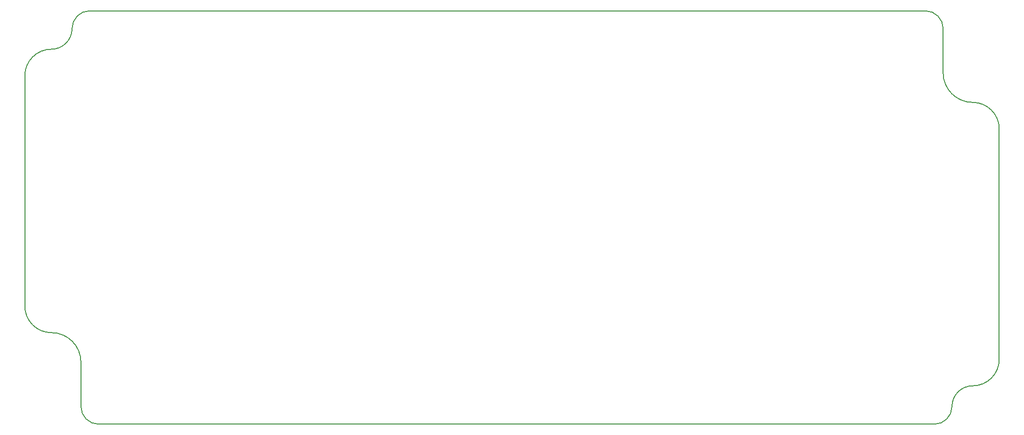
<source format=gbr>
G04 #@! TF.FileFunction,Profile,NP*
%FSLAX46Y46*%
G04 Gerber Fmt 4.6, Leading zero omitted, Abs format (unit mm)*
G04 Created by KiCad (PCBNEW 4.0.7-e2-6376~61~ubuntu18.04.1) date Tue May 29 09:04:43 2018*
%MOMM*%
%LPD*%
G01*
G04 APERTURE LIST*
%ADD10C,0.100000*%
%ADD11C,0.150000*%
G04 APERTURE END LIST*
D10*
D11*
X-4000000Y48500000D02*
G75*
G03X1000000Y43500000I5000000J0D01*
G01*
X5500000Y39000000D02*
G75*
G03X1000000Y43500000I-4500000J0D01*
G01*
X-150000000Y-500000D02*
G75*
G03X-155000000Y4500000I-5000000J0D01*
G01*
X-159500000Y9000000D02*
G75*
G03X-155000000Y4500000I4500000J0D01*
G01*
X-5500000Y-11000000D02*
G75*
G03X-2500000Y-8000000I0J3000000D01*
G01*
X1000000Y-4500000D02*
G75*
G03X-2500000Y-8000000I0J-3500000D01*
G01*
X1000000Y-4500000D02*
G75*
G03X5500000Y0I0J4500000D01*
G01*
X-155000000Y52500000D02*
G75*
G03X-151500000Y56000000I0J3500000D01*
G01*
X-155000000Y52500000D02*
G75*
G03X-159500000Y48000000I0J-4500000D01*
G01*
X-148500000Y59000000D02*
G75*
G03X-151500000Y56000000I0J-3000000D01*
G01*
X-147000000Y-11000000D02*
X-5500000Y-11000000D01*
X5500000Y0D02*
X5500000Y39000000D01*
X-150000000Y-8000000D02*
X-150000000Y-500000D01*
X-150000000Y-8000000D02*
G75*
G03X-147000000Y-11000000I3000000J0D01*
G01*
X-4000000Y56000000D02*
X-4000000Y48500000D01*
X-4000000Y56000000D02*
G75*
G03X-7000000Y59000000I-3000000J0D01*
G01*
X-159500000Y48000000D02*
X-159500000Y9000000D01*
X-7000000Y59000000D02*
X-148500000Y59000000D01*
M02*

</source>
